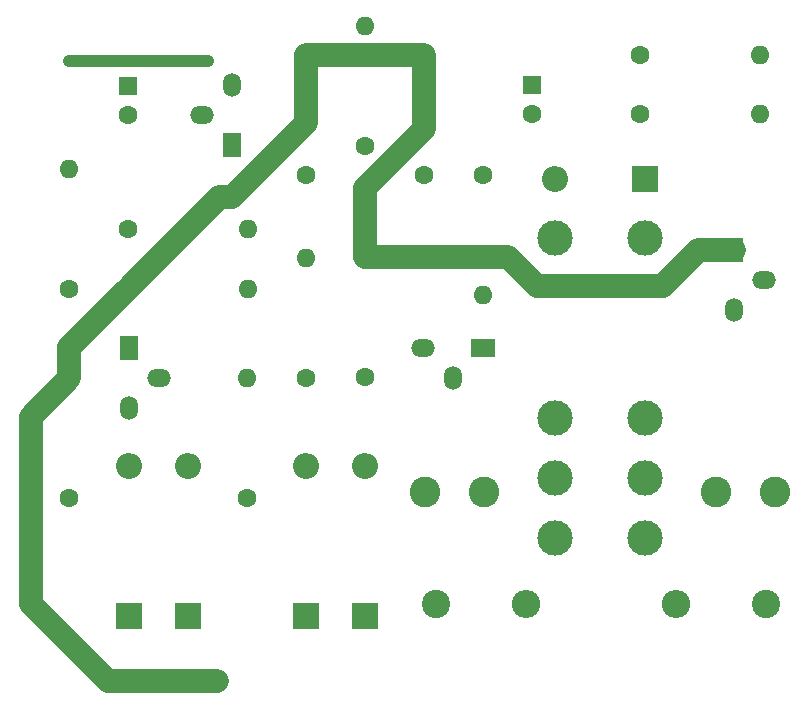
<source format=gtl>
G04 #@! TF.GenerationSoftware,KiCad,Pcbnew,(5.1.7)-1*
G04 #@! TF.CreationDate,2022-07-12T08:38:02+02:00*
G04 #@! TF.ProjectId,Relais-Modul,52656c61-6973-42d4-9d6f-64756c2e6b69,rev?*
G04 #@! TF.SameCoordinates,Original*
G04 #@! TF.FileFunction,Copper,L1,Top*
G04 #@! TF.FilePolarity,Positive*
%FSLAX46Y46*%
G04 Gerber Fmt 4.6, Leading zero omitted, Abs format (unit mm)*
G04 Created by KiCad (PCBNEW (5.1.7)-1) date 2022-07-12 08:38:02*
%MOMM*%
%LPD*%
G01*
G04 APERTURE LIST*
G04 #@! TA.AperFunction,ComponentPad*
%ADD10C,2.400000*%
G04 #@! TD*
G04 #@! TA.AperFunction,ComponentPad*
%ADD11O,2.400000X2.400000*%
G04 #@! TD*
G04 #@! TA.AperFunction,ComponentPad*
%ADD12O,2.200000X2.200000*%
G04 #@! TD*
G04 #@! TA.AperFunction,ComponentPad*
%ADD13R,2.200000X2.200000*%
G04 #@! TD*
G04 #@! TA.AperFunction,ComponentPad*
%ADD14O,1.500000X2.000000*%
G04 #@! TD*
G04 #@! TA.AperFunction,ComponentPad*
%ADD15R,1.500000X2.000000*%
G04 #@! TD*
G04 #@! TA.AperFunction,ComponentPad*
%ADD16O,2.000000X1.500000*%
G04 #@! TD*
G04 #@! TA.AperFunction,ComponentPad*
%ADD17R,2.000000X1.500000*%
G04 #@! TD*
G04 #@! TA.AperFunction,ComponentPad*
%ADD18C,1.600000*%
G04 #@! TD*
G04 #@! TA.AperFunction,ComponentPad*
%ADD19O,1.600000X1.600000*%
G04 #@! TD*
G04 #@! TA.AperFunction,ComponentPad*
%ADD20C,2.600000*%
G04 #@! TD*
G04 #@! TA.AperFunction,ComponentPad*
%ADD21R,1.600000X1.600000*%
G04 #@! TD*
G04 #@! TA.AperFunction,ComponentPad*
%ADD22C,3.000000*%
G04 #@! TD*
G04 #@! TA.AperFunction,ViaPad*
%ADD23C,0.800000*%
G04 #@! TD*
G04 #@! TA.AperFunction,ViaPad*
%ADD24C,1.200000*%
G04 #@! TD*
G04 #@! TA.AperFunction,Conductor*
%ADD25C,1.000000*%
G04 #@! TD*
G04 #@! TA.AperFunction,Conductor*
%ADD26C,2.000000*%
G04 #@! TD*
G04 APERTURE END LIST*
D10*
X61750000Y-76500000D03*
D11*
X69370000Y-76500000D03*
D10*
X89750000Y-76500000D03*
D11*
X82130000Y-76500000D03*
D12*
X71880000Y-40500000D03*
D13*
X79500000Y-40500000D03*
D14*
X87000000Y-51580000D03*
D15*
X87000000Y-46500000D03*
D16*
X89540000Y-49040000D03*
D14*
X63210000Y-57290000D03*
D17*
X65750000Y-54750000D03*
D16*
X60670000Y-54750000D03*
X41960000Y-35080000D03*
D15*
X44500000Y-37620000D03*
D14*
X44500000Y-32540000D03*
D16*
X38290000Y-57340000D03*
D15*
X35750000Y-54800000D03*
D14*
X35750000Y-59880000D03*
D18*
X30750000Y-49750000D03*
D19*
X30750000Y-39590000D03*
D18*
X79090000Y-30000000D03*
D19*
X89250000Y-30000000D03*
D18*
X79090000Y-35000000D03*
D19*
X89250000Y-35000000D03*
D18*
X60750000Y-40160000D03*
D19*
X60750000Y-30000000D03*
D18*
X65750000Y-40160000D03*
D19*
X65750000Y-50320000D03*
D18*
X55750000Y-57250000D03*
D19*
X55750000Y-47090000D03*
D18*
X55750000Y-37660000D03*
D19*
X55750000Y-27500000D03*
D18*
X50750000Y-40160000D03*
D19*
X50750000Y-30000000D03*
D18*
X35670000Y-44750000D03*
D19*
X45830000Y-44750000D03*
D18*
X30750000Y-67500000D03*
D19*
X30750000Y-57340000D03*
D18*
X35670000Y-49750000D03*
D19*
X45830000Y-49750000D03*
D18*
X50750000Y-57340000D03*
D19*
X50750000Y-47180000D03*
D18*
X45750000Y-67500000D03*
D19*
X45750000Y-57340000D03*
D20*
X60880000Y-67000000D03*
X65880000Y-67000000D03*
X85500000Y-67000000D03*
X90500000Y-67000000D03*
D12*
X55750000Y-64800000D03*
D13*
X55750000Y-77500000D03*
D12*
X35750000Y-64800000D03*
D13*
X35750000Y-77500000D03*
D12*
X40750000Y-64800000D03*
D13*
X40750000Y-77500000D03*
D12*
X50750000Y-64800000D03*
D13*
X50750000Y-77500000D03*
D21*
X69920000Y-32500000D03*
D18*
X69920000Y-35000000D03*
D21*
X35670000Y-32580000D03*
D18*
X35670000Y-35080000D03*
D22*
X79500000Y-45500000D03*
X71880000Y-45500000D03*
X71880000Y-60740000D03*
X71880000Y-65820000D03*
X71880000Y-70900000D03*
X79500000Y-60740000D03*
X79500000Y-65820000D03*
X79500000Y-70900000D03*
D23*
X42500000Y-30500000D03*
X30750000Y-30500000D03*
D24*
X43250000Y-83000000D03*
D25*
X30750000Y-30500000D02*
X42500000Y-30500000D01*
D26*
X50750000Y-30000000D02*
X60750000Y-30000000D01*
X60750000Y-30000000D02*
X60750000Y-36250000D01*
X55750000Y-41250000D02*
X55750000Y-47090000D01*
X60750000Y-36250000D02*
X55750000Y-41250000D01*
X30750000Y-54670000D02*
X30750000Y-57340000D01*
X35670000Y-49750000D02*
X30750000Y-54670000D01*
X35670000Y-49750000D02*
X43420000Y-42000000D01*
X43420000Y-42000000D02*
X44500000Y-42000000D01*
X50750000Y-35750000D02*
X50750000Y-30000000D01*
X44500000Y-42000000D02*
X50750000Y-35750000D01*
X34000000Y-83000000D02*
X43250000Y-83000000D01*
X30750000Y-57340000D02*
X27500000Y-60590000D01*
X27500000Y-76500000D02*
X34000000Y-83000000D01*
X27500000Y-60590000D02*
X27500000Y-76500000D01*
X67910000Y-47090000D02*
X55750000Y-47090000D01*
X70320000Y-49500000D02*
X67910000Y-47090000D01*
X81000000Y-49500000D02*
X70320000Y-49500000D01*
X84000000Y-46500000D02*
X81000000Y-49500000D01*
X87000000Y-46500000D02*
X84000000Y-46500000D01*
M02*

</source>
